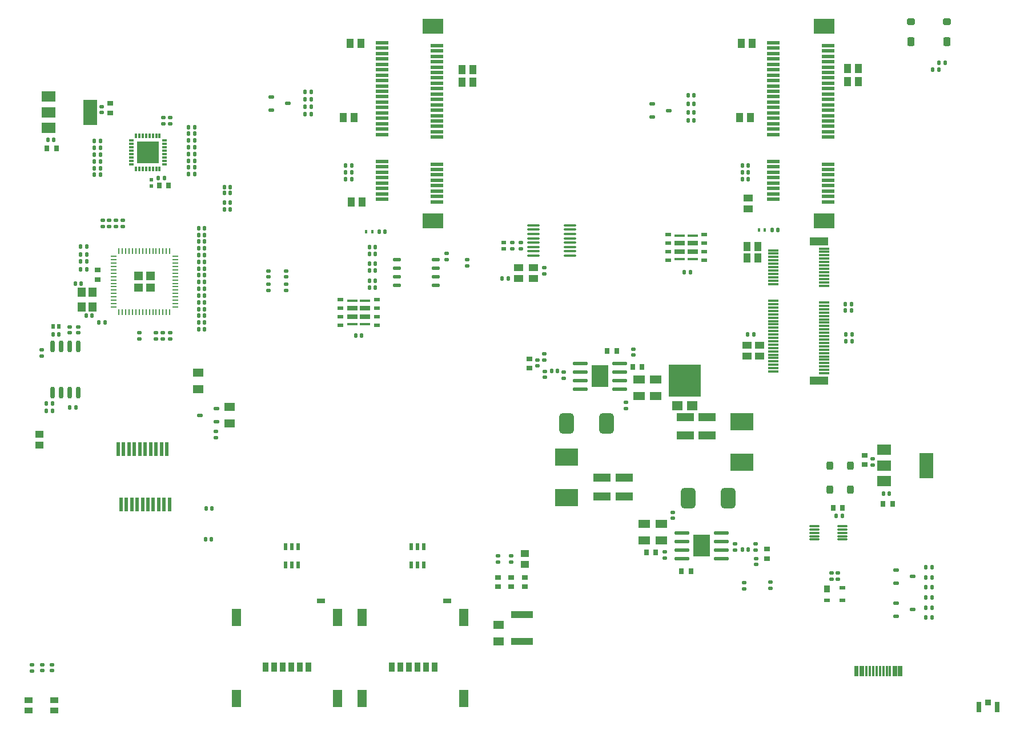
<source format=gtp>
G04*
G04 #@! TF.GenerationSoftware,Altium Limited,Altium Designer,25.2.1 (25)*
G04*
G04 Layer_Color=8421504*
%FSLAX44Y44*%
%MOMM*%
G71*
G04*
G04 #@! TF.SameCoordinates,A23D3B39-E9B1-4969-97C3-F5C5B3B73B29*
G04*
G04*
G04 #@! TF.FilePolarity,Positive*
G04*
G01*
G75*
%ADD23R,3.5000X2.5000*%
%ADD24R,2.6000X1.1500*%
G04:AMPARAMS|DCode=25|XSize=0.6mm|YSize=0.5mm|CornerRadius=0.05mm|HoleSize=0mm|Usage=FLASHONLY|Rotation=90.000|XOffset=0mm|YOffset=0mm|HoleType=Round|Shape=RoundedRectangle|*
%AMROUNDEDRECTD25*
21,1,0.6000,0.4000,0,0,90.0*
21,1,0.5000,0.5000,0,0,90.0*
1,1,0.1000,0.2000,0.2500*
1,1,0.1000,0.2000,-0.2500*
1,1,0.1000,-0.2000,-0.2500*
1,1,0.1000,-0.2000,0.2500*
%
%ADD25ROUNDEDRECTD25*%
G04:AMPARAMS|DCode=26|XSize=0.6mm|YSize=0.5mm|CornerRadius=0.05mm|HoleSize=0mm|Usage=FLASHONLY|Rotation=180.000|XOffset=0mm|YOffset=0mm|HoleType=Round|Shape=RoundedRectangle|*
%AMROUNDEDRECTD26*
21,1,0.6000,0.4000,0,0,180.0*
21,1,0.5000,0.5000,0,0,180.0*
1,1,0.1000,-0.2500,0.2000*
1,1,0.1000,0.2500,0.2000*
1,1,0.1000,0.2500,-0.2000*
1,1,0.1000,-0.2500,-0.2000*
%
%ADD26ROUNDEDRECTD26*%
%ADD27R,0.8000X0.9000*%
%ADD28R,3.0800X2.1800*%
%ADD29R,1.9700X0.5700*%
%ADD30R,0.5500X1.0000*%
G04:AMPARAMS|DCode=31|XSize=1mm|YSize=1.2mm|CornerRadius=0.25mm|HoleSize=0mm|Usage=FLASHONLY|Rotation=270.000|XOffset=0mm|YOffset=0mm|HoleType=Round|Shape=RoundedRectangle|*
%AMROUNDEDRECTD31*
21,1,1.0000,0.7000,0,0,270.0*
21,1,0.5000,1.2000,0,0,270.0*
1,1,0.5000,-0.3500,-0.2500*
1,1,0.5000,-0.3500,0.2500*
1,1,0.5000,0.3500,0.2500*
1,1,0.5000,0.3500,-0.2500*
%
%ADD31ROUNDEDRECTD31*%
G04:AMPARAMS|DCode=32|XSize=1.3mm|YSize=1.1mm|CornerRadius=0.275mm|HoleSize=0mm|Usage=FLASHONLY|Rotation=270.000|XOffset=0mm|YOffset=0mm|HoleType=Round|Shape=RoundedRectangle|*
%AMROUNDEDRECTD32*
21,1,1.3000,0.5500,0,0,270.0*
21,1,0.7500,1.1000,0,0,270.0*
1,1,0.5500,-0.2750,-0.3750*
1,1,0.5500,-0.2750,0.3750*
1,1,0.5500,0.2750,0.3750*
1,1,0.5500,0.2750,-0.3750*
%
%ADD32ROUNDEDRECTD32*%
G04:AMPARAMS|DCode=33|XSize=0.5mm|YSize=0.6mm|CornerRadius=0.05mm|HoleSize=0mm|Usage=FLASHONLY|Rotation=0.000|XOffset=0mm|YOffset=0mm|HoleType=Round|Shape=RoundedRectangle|*
%AMROUNDEDRECTD33*
21,1,0.5000,0.5000,0,0,0.0*
21,1,0.4000,0.6000,0,0,0.0*
1,1,0.1000,0.2000,-0.2500*
1,1,0.1000,-0.2000,-0.2500*
1,1,0.1000,-0.2000,0.2500*
1,1,0.1000,0.2000,0.2500*
%
%ADD33ROUNDEDRECTD33*%
%ADD34R,1.4000X1.0000*%
%ADD35R,1.0000X1.4000*%
G04:AMPARAMS|DCode=36|XSize=0.5mm|YSize=0.6mm|CornerRadius=0.05mm|HoleSize=0mm|Usage=FLASHONLY|Rotation=90.000|XOffset=0mm|YOffset=0mm|HoleType=Round|Shape=RoundedRectangle|*
%AMROUNDEDRECTD36*
21,1,0.5000,0.5000,0,0,90.0*
21,1,0.4000,0.6000,0,0,90.0*
1,1,0.1000,0.2500,0.2000*
1,1,0.1000,0.2500,-0.2000*
1,1,0.1000,-0.2500,-0.2000*
1,1,0.1000,-0.2500,0.2000*
%
%ADD36ROUNDEDRECTD36*%
%ADD37R,0.9000X0.8000*%
%ADD38R,2.0000X3.8000*%
%ADD39R,2.0000X1.5000*%
%ADD40R,0.8000X0.5000*%
%ADD41O,1.9215X0.3500*%
%ADD42R,0.9000X1.1000*%
%ADD43R,0.9000X0.6000*%
%ADD44R,0.9000X0.7500*%
%ADD45R,2.7300X1.1800*%
%ADD46R,1.5500X0.3000*%
%ADD47R,0.4500X0.6000*%
%ADD48R,0.6000X0.5000*%
%ADD49R,0.5000X2.0000*%
%ADD50R,1.3000X1.0500*%
%ADD51R,0.5000X0.8000*%
%ADD52O,0.7000X1.8000*%
%ADD53R,1.2000X1.4000*%
%ADD54R,1.6500X1.2500*%
%ADD55R,0.9000X0.2500*%
%ADD56R,0.2500X0.9000*%
G04:AMPARAMS|DCode=57|XSize=0.55mm|YSize=0.8mm|CornerRadius=0.1375mm|HoleSize=0mm|Usage=FLASHONLY|Rotation=270.000|XOffset=0mm|YOffset=0mm|HoleType=Round|Shape=RoundedRectangle|*
%AMROUNDEDRECTD57*
21,1,0.5500,0.5250,0,0,270.0*
21,1,0.2750,0.8000,0,0,270.0*
1,1,0.2750,-0.2625,-0.1375*
1,1,0.2750,-0.2625,0.1375*
1,1,0.2750,0.2625,0.1375*
1,1,0.2750,0.2625,-0.1375*
%
%ADD57ROUNDEDRECTD57*%
G04:AMPARAMS|DCode=58|XSize=0.5mm|YSize=2.2mm|CornerRadius=0.125mm|HoleSize=0mm|Usage=FLASHONLY|Rotation=90.000|XOffset=0mm|YOffset=0mm|HoleType=Round|Shape=RoundedRectangle|*
%AMROUNDEDRECTD58*
21,1,0.5000,1.9500,0,0,90.0*
21,1,0.2500,2.2000,0,0,90.0*
1,1,0.2500,0.9750,0.1250*
1,1,0.2500,0.9750,-0.1250*
1,1,0.2500,-0.9750,-0.1250*
1,1,0.2500,-0.9750,0.1250*
%
%ADD58ROUNDEDRECTD58*%
%ADD59R,1.8000X1.3000*%
%ADD60R,3.3000X1.0500*%
G04:AMPARAMS|DCode=61|XSize=3.05mm|YSize=2.2mm|CornerRadius=0.55mm|HoleSize=0mm|Usage=FLASHONLY|Rotation=270.000|XOffset=0mm|YOffset=0mm|HoleType=Round|Shape=RoundedRectangle|*
%AMROUNDEDRECTD61*
21,1,3.0500,1.1000,0,0,270.0*
21,1,1.9500,2.2000,0,0,270.0*
1,1,1.1000,-0.5500,-0.9750*
1,1,1.1000,-0.5500,0.9750*
1,1,1.1000,0.5500,0.9750*
1,1,1.1000,0.5500,-0.9750*
%
%ADD61ROUNDEDRECTD61*%
%ADD62R,1.4500X2.6000*%
%ADD63R,0.9000X1.4000*%
%ADD64R,1.3000X0.7000*%
G04:AMPARAMS|DCode=65|XSize=1.4mm|YSize=1.5mm|CornerRadius=0.07mm|HoleSize=0mm|Usage=FLASHONLY|Rotation=270.000|XOffset=0mm|YOffset=0mm|HoleType=Round|Shape=RoundedRectangle|*
%AMROUNDEDRECTD65*
21,1,1.4000,1.3600,0,0,270.0*
21,1,1.2600,1.5000,0,0,270.0*
1,1,0.1400,-0.6800,-0.6300*
1,1,0.1400,-0.6800,0.6300*
1,1,0.1400,0.6800,0.6300*
1,1,0.1400,0.6800,-0.6300*
%
%ADD65ROUNDEDRECTD65*%
G04:AMPARAMS|DCode=66|XSize=4.8mm|YSize=4.8mm|CornerRadius=0.12mm|HoleSize=0mm|Usage=FLASHONLY|Rotation=270.000|XOffset=0mm|YOffset=0mm|HoleType=Round|Shape=RoundedRectangle|*
%AMROUNDEDRECTD66*
21,1,4.8000,4.5600,0,0,270.0*
21,1,4.5600,4.8000,0,0,270.0*
1,1,0.2400,-2.2800,-2.2800*
1,1,0.2400,-2.2800,2.2800*
1,1,0.2400,2.2800,2.2800*
1,1,0.2400,2.2800,-2.2800*
%
%ADD66ROUNDEDRECTD66*%
%ADD67R,0.9600X0.5000*%
%ADD68R,1.5000X0.7000*%
%ADD69R,1.5000X0.3500*%
%ADD70R,0.9000X0.9000*%
%ADD71R,0.7500X1.5000*%
G04:AMPARAMS|DCode=72|XSize=0.5mm|YSize=1.25mm|CornerRadius=0.125mm|HoleSize=0mm|Usage=FLASHONLY|Rotation=90.000|XOffset=0mm|YOffset=0mm|HoleType=Round|Shape=RoundedRectangle|*
%AMROUNDEDRECTD72*
21,1,0.5000,1.0000,0,0,90.0*
21,1,0.2500,1.2500,0,0,90.0*
1,1,0.2500,0.5000,0.1250*
1,1,0.2500,0.5000,-0.1250*
1,1,0.2500,-0.5000,-0.1250*
1,1,0.2500,-0.5000,0.1250*
%
%ADD72ROUNDEDRECTD72*%
%ADD73R,1.2250X0.9000*%
%ADD74R,0.3000X1.6400*%
%ADD75O,1.6000X0.3000*%
G04:AMPARAMS|DCode=76|XSize=1.22mm|YSize=0.95mm|CornerRadius=0.2375mm|HoleSize=0mm|Usage=FLASHONLY|Rotation=90.000|XOffset=0mm|YOffset=0mm|HoleType=Round|Shape=RoundedRectangle|*
%AMROUNDEDRECTD76*
21,1,1.2200,0.4750,0,0,90.0*
21,1,0.7450,0.9500,0,0,90.0*
1,1,0.4750,0.2375,0.3725*
1,1,0.4750,0.2375,-0.3725*
1,1,0.4750,-0.2375,-0.3725*
1,1,0.4750,-0.2375,0.3725*
%
%ADD76ROUNDEDRECTD76*%
%ADD77R,0.3000X0.7000*%
%ADD78R,0.7000X0.3000*%
%ADD79R,3.3000X3.3000*%
G36*
X222330Y651090D02*
X209790D01*
Y663470D01*
X222330D01*
Y651090D01*
D02*
G37*
G36*
X204710D02*
X192170D01*
Y663790D01*
X204710D01*
Y651090D01*
D02*
G37*
G36*
X222490Y633510D02*
X209790D01*
Y646010D01*
X222490D01*
Y633510D01*
D02*
G37*
G36*
X204710Y633470D02*
X192010D01*
Y646010D01*
X204710D01*
Y633470D01*
D02*
G37*
G36*
X894750Y492500D02*
X870750D01*
Y524500D01*
X894750D01*
Y492500D01*
D02*
G37*
G36*
X1045250Y241000D02*
X1021250D01*
Y273000D01*
X1045250D01*
Y241000D01*
D02*
G37*
D23*
X1093000Y441000D02*
D03*
Y381000D02*
D03*
X832750Y388500D02*
D03*
Y328500D02*
D03*
D24*
X1041000Y420250D02*
D03*
Y447750D02*
D03*
X1009000Y420250D02*
D03*
Y447750D02*
D03*
X919000Y357750D02*
D03*
Y330250D02*
D03*
X886000Y357750D02*
D03*
Y330250D02*
D03*
D25*
X505500Y821000D02*
D03*
X514500D02*
D03*
X505500Y811000D02*
D03*
X514500D02*
D03*
X505500Y801000D02*
D03*
X514500D02*
D03*
X529500Y569000D02*
D03*
X520500D02*
D03*
X1016500Y663000D02*
D03*
X1007500D02*
D03*
X1093500Y811000D02*
D03*
X1102500D02*
D03*
X1093500Y801000D02*
D03*
X1102500D02*
D03*
X1093500Y821000D02*
D03*
X1102500D02*
D03*
X1376222Y963009D02*
D03*
X1385222D02*
D03*
X1385299Y973052D02*
D03*
X1394299D02*
D03*
X307750Y312000D02*
D03*
X298750D02*
D03*
X140000Y587750D02*
D03*
X149000D02*
D03*
X287750Y578000D02*
D03*
X296750D02*
D03*
X1110750Y570000D02*
D03*
X1101750D02*
D03*
X1247500Y570250D02*
D03*
X1256500D02*
D03*
X1247500Y560500D02*
D03*
X1256500D02*
D03*
X445750Y908000D02*
D03*
X454750D02*
D03*
X454750Y930000D02*
D03*
X445750D02*
D03*
X454750Y919000D02*
D03*
X445750D02*
D03*
X1022250Y925000D02*
D03*
X1013250D02*
D03*
X1022250Y912500D02*
D03*
X1013250D02*
D03*
Y887500D02*
D03*
X1022250D02*
D03*
X564250Y722500D02*
D03*
X555250D02*
D03*
X1146750Y725000D02*
D03*
X1137750D02*
D03*
X540750Y700000D02*
D03*
X549750D02*
D03*
X540750Y675000D02*
D03*
X549750D02*
D03*
X540750Y640000D02*
D03*
X549750D02*
D03*
Y665000D02*
D03*
X540750D02*
D03*
X549750Y650000D02*
D03*
X540750D02*
D03*
X549750Y690000D02*
D03*
X540750D02*
D03*
X1365750Y225000D02*
D03*
X1374750D02*
D03*
Y210000D02*
D03*
X1365750D02*
D03*
X1374750Y180000D02*
D03*
X1365750D02*
D03*
Y165000D02*
D03*
X1374750D02*
D03*
Y195000D02*
D03*
X1365750D02*
D03*
X1374750Y150000D02*
D03*
X1365750D02*
D03*
X281750Y808000D02*
D03*
X272750D02*
D03*
Y818000D02*
D03*
X281750D02*
D03*
X133250Y807000D02*
D03*
X142250D02*
D03*
Y817000D02*
D03*
X133250D02*
D03*
X142250Y827000D02*
D03*
X133250D02*
D03*
Y837000D02*
D03*
X142250D02*
D03*
X272750Y848000D02*
D03*
X281750D02*
D03*
Y878000D02*
D03*
X272750D02*
D03*
X281750Y828000D02*
D03*
X272750D02*
D03*
Y838000D02*
D03*
X281750D02*
D03*
Y858000D02*
D03*
X272750D02*
D03*
Y868000D02*
D03*
X281750D02*
D03*
X142250Y857000D02*
D03*
X133250D02*
D03*
X142250Y847000D02*
D03*
X133250D02*
D03*
X70750Y468000D02*
D03*
X61750D02*
D03*
X70750Y457000D02*
D03*
X61750D02*
D03*
X112750Y688550D02*
D03*
X121750D02*
D03*
X112750Y666500D02*
D03*
X121750D02*
D03*
X112750Y678550D02*
D03*
X121750D02*
D03*
X297750Y266750D02*
D03*
X306750D02*
D03*
X105750Y462000D02*
D03*
X96750D02*
D03*
X296750Y598000D02*
D03*
X287750D02*
D03*
X296750Y588000D02*
D03*
X287750D02*
D03*
X296750Y658000D02*
D03*
X287750D02*
D03*
X296750Y648000D02*
D03*
X287750D02*
D03*
X296750Y628000D02*
D03*
X287750D02*
D03*
X296750Y638000D02*
D03*
X287750D02*
D03*
Y618000D02*
D03*
X296750D02*
D03*
Y668000D02*
D03*
X287750D02*
D03*
X296750Y698000D02*
D03*
X287750D02*
D03*
X296750Y688000D02*
D03*
X287750D02*
D03*
X296750Y678000D02*
D03*
X287750D02*
D03*
Y728000D02*
D03*
X296750D02*
D03*
X287750Y718000D02*
D03*
X296750D02*
D03*
Y708000D02*
D03*
X287750D02*
D03*
X296750Y608000D02*
D03*
X287750D02*
D03*
X1093750Y250750D02*
D03*
X1102750D02*
D03*
X112750Y700750D02*
D03*
X121750D02*
D03*
X819750Y516000D02*
D03*
X810750D02*
D03*
D26*
X417000Y644500D02*
D03*
Y635500D02*
D03*
X979000Y247500D02*
D03*
Y238500D02*
D03*
X932000Y539500D02*
D03*
Y548500D02*
D03*
X1096500Y202000D02*
D03*
Y193000D02*
D03*
X55500Y71250D02*
D03*
Y80250D02*
D03*
X313500Y417000D02*
D03*
Y426000D02*
D03*
X1226250Y216500D02*
D03*
Y207500D02*
D03*
X1235250Y216500D02*
D03*
Y207500D02*
D03*
X417000Y655500D02*
D03*
Y664500D02*
D03*
X391000Y655500D02*
D03*
Y664500D02*
D03*
Y635500D02*
D03*
Y644500D02*
D03*
X685764Y671995D02*
D03*
Y680995D02*
D03*
X70250Y71250D02*
D03*
Y80250D02*
D03*
X245750Y892000D02*
D03*
Y883000D02*
D03*
X235750D02*
D03*
Y892000D02*
D03*
X96439Y572500D02*
D03*
Y581500D02*
D03*
X55250Y538500D02*
D03*
Y547500D02*
D03*
X109250Y572500D02*
D03*
Y581500D02*
D03*
X245750Y563777D02*
D03*
Y572776D02*
D03*
X224000Y563750D02*
D03*
Y572750D02*
D03*
X234750Y563750D02*
D03*
Y572750D02*
D03*
X200000Y572500D02*
D03*
Y563500D02*
D03*
X155250Y730500D02*
D03*
Y739500D02*
D03*
X165250Y730500D02*
D03*
Y739500D02*
D03*
X145250Y730500D02*
D03*
Y739500D02*
D03*
X175250Y730500D02*
D03*
Y739500D02*
D03*
X1114250Y237950D02*
D03*
Y228950D02*
D03*
X790250Y532500D02*
D03*
Y523500D02*
D03*
X751250Y241500D02*
D03*
Y232500D02*
D03*
X1135250Y193750D02*
D03*
Y202750D02*
D03*
X800250Y532500D02*
D03*
Y541500D02*
D03*
X731250Y241500D02*
D03*
Y232500D02*
D03*
D27*
X965250Y247000D02*
D03*
X951250D02*
D03*
X931250Y522000D02*
D03*
X945250D02*
D03*
X63000Y846500D02*
D03*
X77000D02*
D03*
X1302250Y319000D02*
D03*
X1316250D02*
D03*
X1242250Y313000D02*
D03*
X1228250D02*
D03*
X229250Y791000D02*
D03*
X243250D02*
D03*
X1017500Y219250D02*
D03*
X1003500D02*
D03*
X893250Y546000D02*
D03*
X907250D02*
D03*
D28*
X635250Y1027500D02*
D03*
Y738500D02*
D03*
X1215250Y1027500D02*
D03*
Y738500D02*
D03*
D29*
X641250Y767000D02*
D03*
X559250Y771000D02*
D03*
X641250Y775000D02*
D03*
X559250Y779000D02*
D03*
X641250Y783000D02*
D03*
X559250Y787000D02*
D03*
X641250Y791000D02*
D03*
X559250Y795000D02*
D03*
X641250Y799000D02*
D03*
X559250Y803000D02*
D03*
X641250Y807000D02*
D03*
X559250Y811000D02*
D03*
X641250Y815000D02*
D03*
X559250Y819000D02*
D03*
X641250Y823000D02*
D03*
X559250Y827000D02*
D03*
X641250Y863000D02*
D03*
X559250Y867000D02*
D03*
X641250Y871000D02*
D03*
X559250Y875000D02*
D03*
X641250Y879000D02*
D03*
X559250Y883000D02*
D03*
X641250Y887000D02*
D03*
X559250Y891000D02*
D03*
X641250Y895000D02*
D03*
X559250Y899000D02*
D03*
X641250Y903000D02*
D03*
X559250Y907000D02*
D03*
X641250Y911000D02*
D03*
X559250Y915000D02*
D03*
X641250Y919000D02*
D03*
X559250Y923000D02*
D03*
X641250Y927000D02*
D03*
X559250Y931000D02*
D03*
X641250Y935000D02*
D03*
X559250Y939000D02*
D03*
X641250Y943000D02*
D03*
X559250Y947000D02*
D03*
X641250Y951000D02*
D03*
X559250Y955000D02*
D03*
X641250Y959000D02*
D03*
X559250Y963000D02*
D03*
X641250Y967000D02*
D03*
X559250Y971000D02*
D03*
X641250Y975000D02*
D03*
X559250Y979000D02*
D03*
X641250Y983000D02*
D03*
X559250Y987000D02*
D03*
X641250Y991000D02*
D03*
X559250Y995000D02*
D03*
X641250Y999000D02*
D03*
X559250Y1003000D02*
D03*
X1221250Y767000D02*
D03*
X1139250Y771000D02*
D03*
X1221250Y775000D02*
D03*
X1139250Y779000D02*
D03*
X1221250Y783000D02*
D03*
X1139250Y787000D02*
D03*
X1221250Y791000D02*
D03*
X1139250Y795000D02*
D03*
X1221250Y799000D02*
D03*
X1139250Y803000D02*
D03*
X1221250Y807000D02*
D03*
X1139250Y811000D02*
D03*
X1221250Y815000D02*
D03*
X1139250Y819000D02*
D03*
X1221250Y823000D02*
D03*
X1139250Y827000D02*
D03*
X1221250Y863000D02*
D03*
X1139250Y867000D02*
D03*
X1221250Y871000D02*
D03*
X1139250Y875000D02*
D03*
X1221250Y879000D02*
D03*
X1139250Y883000D02*
D03*
X1221250Y887000D02*
D03*
X1139250Y891000D02*
D03*
X1221250Y895000D02*
D03*
X1139250Y899000D02*
D03*
X1221250Y903000D02*
D03*
X1139250Y907000D02*
D03*
X1221250Y911000D02*
D03*
X1139250Y915000D02*
D03*
X1221250Y919000D02*
D03*
X1139250Y923000D02*
D03*
X1221250Y927000D02*
D03*
X1139250Y931000D02*
D03*
X1221250Y935000D02*
D03*
X1139250Y939000D02*
D03*
X1221250Y943000D02*
D03*
X1139250Y947000D02*
D03*
X1221250Y951000D02*
D03*
X1139250Y955000D02*
D03*
X1221250Y959000D02*
D03*
X1139250Y963000D02*
D03*
X1221250Y967000D02*
D03*
X1139250Y971000D02*
D03*
X1221250Y975000D02*
D03*
X1139250Y979000D02*
D03*
X1221250Y983000D02*
D03*
X1139250Y987000D02*
D03*
X1221250Y991000D02*
D03*
X1139250Y995000D02*
D03*
X1221250Y999000D02*
D03*
X1139250Y1003000D02*
D03*
D30*
X435500Y255250D02*
D03*
X426000D02*
D03*
X416500D02*
D03*
Y228250D02*
D03*
X435500D02*
D03*
X426000D02*
D03*
X621750Y255250D02*
D03*
X612250D02*
D03*
X602750D02*
D03*
Y228250D02*
D03*
X621750D02*
D03*
X612250D02*
D03*
D31*
X1397250Y1034500D02*
D03*
X1343250Y1034500D02*
D03*
D32*
X1396750Y1005000D02*
D03*
X1343750D02*
D03*
D33*
X63950Y859250D02*
D03*
X73050D02*
D03*
X1302700Y334000D02*
D03*
X1311800D02*
D03*
X1241800Y301000D02*
D03*
X1232700D02*
D03*
X1246700Y615000D02*
D03*
X1255800D02*
D03*
X1246700Y606000D02*
D03*
X1255800D02*
D03*
X445700Y897000D02*
D03*
X454800D02*
D03*
X1013200Y900000D02*
D03*
X1022300D02*
D03*
X227881Y802440D02*
D03*
X236981D02*
D03*
X80800Y570000D02*
D03*
X71700D02*
D03*
X129800Y598000D02*
D03*
X120700D02*
D03*
X113800Y646000D02*
D03*
X104700D02*
D03*
X325700Y789000D02*
D03*
X334800D02*
D03*
X325700Y780000D02*
D03*
X334800D02*
D03*
X325700Y766000D02*
D03*
X334800D02*
D03*
X325700Y756000D02*
D03*
X334800D02*
D03*
X737450Y653000D02*
D03*
X746550D02*
D03*
D34*
X1101000Y554500D02*
D03*
Y538500D02*
D03*
X1119500Y554500D02*
D03*
Y538500D02*
D03*
X762000Y669000D02*
D03*
X784000D02*
D03*
X762000Y653000D02*
D03*
X784000D02*
D03*
X1102500Y773000D02*
D03*
Y757000D02*
D03*
D35*
X1101000Y701000D02*
D03*
X1117000D02*
D03*
X1101000Y683500D02*
D03*
X1117000D02*
D03*
X678250Y944750D02*
D03*
X694250D02*
D03*
X678250Y963250D02*
D03*
X694250D02*
D03*
X528250Y1002500D02*
D03*
X512250D02*
D03*
X518250Y892500D02*
D03*
X502250D02*
D03*
X529750Y766500D02*
D03*
X513750D02*
D03*
X1108250Y1002500D02*
D03*
X1092250D02*
D03*
X1249500Y965000D02*
D03*
X1265500D02*
D03*
X1249500Y945000D02*
D03*
X1265500D02*
D03*
X1105750Y892500D02*
D03*
X1089750D02*
D03*
D36*
X990500Y297450D02*
D03*
Y306550D02*
D03*
X655000Y690550D02*
D03*
Y681450D02*
D03*
X1287250Y376450D02*
D03*
Y385550D02*
D03*
X753000Y706550D02*
D03*
Y697450D02*
D03*
X765000Y706550D02*
D03*
Y697450D02*
D03*
X800000Y669100D02*
D03*
Y660000D02*
D03*
X40750Y71200D02*
D03*
Y80300D02*
D03*
X144250Y899450D02*
D03*
Y908550D02*
D03*
X1113250Y259800D02*
D03*
Y250700D02*
D03*
X1083250Y259800D02*
D03*
Y250700D02*
D03*
X829250Y505450D02*
D03*
Y514550D02*
D03*
X801250Y506450D02*
D03*
Y515550D02*
D03*
X921250Y460450D02*
D03*
Y469550D02*
D03*
D37*
X1275250Y377000D02*
D03*
Y391000D02*
D03*
X156250Y899000D02*
D03*
Y913000D02*
D03*
X1130000Y238000D02*
D03*
Y252000D02*
D03*
X778250Y520000D02*
D03*
Y534000D02*
D03*
X138250Y666000D02*
D03*
Y652000D02*
D03*
D38*
X1366250Y376000D02*
D03*
X127250Y900000D02*
D03*
D39*
X1304250Y353000D02*
D03*
Y376000D02*
D03*
Y399000D02*
D03*
X65250Y923000D02*
D03*
Y900000D02*
D03*
Y877000D02*
D03*
D40*
X740000Y697450D02*
D03*
Y706550D02*
D03*
D41*
X838407Y687350D02*
D03*
X838407Y693750D02*
D03*
Y700150D02*
D03*
Y706550D02*
D03*
Y712950D02*
D03*
Y719350D02*
D03*
Y725750D02*
D03*
Y732150D02*
D03*
X784092Y687350D02*
D03*
X784092Y693750D02*
D03*
Y700150D02*
D03*
Y706550D02*
D03*
Y712950D02*
D03*
Y719350D02*
D03*
Y725750D02*
D03*
Y732150D02*
D03*
D42*
X1219000Y192500D02*
D03*
D43*
X1242000Y175500D02*
D03*
Y194500D02*
D03*
X1219000Y175500D02*
D03*
D44*
X771250Y196250D02*
D03*
Y209750D02*
D03*
X751250Y196000D02*
D03*
Y209500D02*
D03*
X731250D02*
D03*
Y196000D02*
D03*
D45*
X1207250Y501710D02*
D03*
Y708710D02*
D03*
D46*
X1139500Y610210D02*
D03*
X1215000Y697710D02*
D03*
X1139500Y695210D02*
D03*
X1215000Y692710D02*
D03*
X1139500Y690210D02*
D03*
X1215000Y687710D02*
D03*
X1139500Y685210D02*
D03*
X1215000Y682710D02*
D03*
X1139500Y680210D02*
D03*
X1215000Y677710D02*
D03*
X1139500Y675210D02*
D03*
X1215000Y672710D02*
D03*
X1139500Y650210D02*
D03*
X1215000Y647710D02*
D03*
X1139500Y645210D02*
D03*
X1215000Y642710D02*
D03*
X1139500Y620210D02*
D03*
X1215000Y617710D02*
D03*
X1139500Y615210D02*
D03*
X1215000Y612710D02*
D03*
Y607710D02*
D03*
X1139500Y605210D02*
D03*
X1215000Y602710D02*
D03*
X1139500Y600210D02*
D03*
X1215000Y597710D02*
D03*
X1139500Y595210D02*
D03*
X1215000Y592710D02*
D03*
X1139500Y590210D02*
D03*
X1215000Y587710D02*
D03*
X1139500Y585210D02*
D03*
X1215000Y582710D02*
D03*
X1139500Y580210D02*
D03*
X1215000Y577710D02*
D03*
X1139500Y575210D02*
D03*
X1215000Y572710D02*
D03*
X1139500Y570210D02*
D03*
X1215000Y567710D02*
D03*
X1139500Y565210D02*
D03*
X1215000Y562710D02*
D03*
X1139500Y560210D02*
D03*
X1215000Y557710D02*
D03*
X1139500Y555210D02*
D03*
X1215000Y552710D02*
D03*
X1139500Y550210D02*
D03*
X1215000Y547710D02*
D03*
X1139500Y545210D02*
D03*
X1215000Y542710D02*
D03*
X1139500Y540210D02*
D03*
X1215000Y537710D02*
D03*
X1139500Y535210D02*
D03*
X1215000Y532710D02*
D03*
X1139500Y530210D02*
D03*
X1215000Y527710D02*
D03*
X1139500Y525210D02*
D03*
X1215000Y522710D02*
D03*
X1139500Y520210D02*
D03*
X1215000Y517710D02*
D03*
X1139500Y515210D02*
D03*
X1215000Y512710D02*
D03*
X1139500Y670210D02*
D03*
X1139500Y665210D02*
D03*
Y660210D02*
D03*
Y655210D02*
D03*
X1215000Y667710D02*
D03*
Y662710D02*
D03*
Y657710D02*
D03*
Y652710D02*
D03*
D47*
X536250Y722500D02*
D03*
X545250D02*
D03*
X1118250Y725000D02*
D03*
X1127250D02*
D03*
D48*
X218000Y799550D02*
D03*
Y790450D02*
D03*
D49*
X204500Y318000D02*
D03*
X200500Y400000D02*
D03*
X196500Y318000D02*
D03*
X192500Y400000D02*
D03*
X188500Y318000D02*
D03*
X184500Y400000D02*
D03*
X180500Y318000D02*
D03*
X176500Y400000D02*
D03*
X172500Y318000D02*
D03*
X168500Y400000D02*
D03*
X244500Y318000D02*
D03*
X240500Y400000D02*
D03*
X236500Y318000D02*
D03*
X232500Y400000D02*
D03*
X228500Y318000D02*
D03*
X224500Y400000D02*
D03*
X220500Y318000D02*
D03*
X216500Y400000D02*
D03*
X212500Y318000D02*
D03*
X208500Y400000D02*
D03*
D50*
X51250Y405750D02*
D03*
Y422250D02*
D03*
X771250Y245250D02*
D03*
Y228750D02*
D03*
D51*
X71700Y582000D02*
D03*
X80800D02*
D03*
D52*
X109300Y552290D02*
D03*
Y483710D02*
D03*
X96600Y552290D02*
D03*
Y483710D02*
D03*
X83900Y552290D02*
D03*
Y483710D02*
D03*
X71200Y552290D02*
D03*
Y483710D02*
D03*
D53*
X130250Y633000D02*
D03*
Y611000D02*
D03*
X114250Y633000D02*
D03*
Y611000D02*
D03*
D54*
X287250Y513500D02*
D03*
Y489000D02*
D03*
X333500Y462750D02*
D03*
Y438250D02*
D03*
X732250Y114750D02*
D03*
Y139250D02*
D03*
D55*
X161750Y611050D02*
D03*
Y616050D02*
D03*
Y621050D02*
D03*
Y626050D02*
D03*
Y631050D02*
D03*
Y636050D02*
D03*
Y641050D02*
D03*
Y646050D02*
D03*
Y651050D02*
D03*
Y656050D02*
D03*
Y661050D02*
D03*
Y666050D02*
D03*
Y671050D02*
D03*
Y676050D02*
D03*
Y681050D02*
D03*
Y686050D02*
D03*
X252750D02*
D03*
Y681050D02*
D03*
Y676050D02*
D03*
Y671050D02*
D03*
Y666050D02*
D03*
Y661050D02*
D03*
Y656050D02*
D03*
Y651050D02*
D03*
Y646050D02*
D03*
Y641050D02*
D03*
Y636050D02*
D03*
Y631050D02*
D03*
Y626050D02*
D03*
Y621050D02*
D03*
Y616050D02*
D03*
Y611050D02*
D03*
D56*
X169750Y694050D02*
D03*
X174750D02*
D03*
X179750D02*
D03*
X184750D02*
D03*
X189750D02*
D03*
X194750D02*
D03*
X199750D02*
D03*
X204750D02*
D03*
X209750D02*
D03*
X214750D02*
D03*
X219750D02*
D03*
X224750D02*
D03*
X229750D02*
D03*
X234750D02*
D03*
X239750D02*
D03*
X244750D02*
D03*
Y603050D02*
D03*
X239750D02*
D03*
X234750D02*
D03*
X229750D02*
D03*
X224750D02*
D03*
X219750D02*
D03*
X214750D02*
D03*
X209750D02*
D03*
X204750D02*
D03*
X199750D02*
D03*
X194750D02*
D03*
X189750D02*
D03*
X184750D02*
D03*
X179750D02*
D03*
X174750D02*
D03*
X169750D02*
D03*
D57*
X289500Y450500D02*
D03*
X314000Y460000D02*
D03*
Y441000D02*
D03*
X395750Y922500D02*
D03*
Y903500D02*
D03*
X420250Y913000D02*
D03*
X960250Y912000D02*
D03*
Y893000D02*
D03*
X984750Y902500D02*
D03*
X1321750Y220500D02*
D03*
Y201500D02*
D03*
X1346250Y211000D02*
D03*
X1321750Y171500D02*
D03*
Y152500D02*
D03*
X1346250Y162000D02*
D03*
D58*
X1062250Y250650D02*
D03*
Y263350D02*
D03*
Y276050D02*
D03*
X1004250Y250650D02*
D03*
Y263350D02*
D03*
Y276050D02*
D03*
X1062250Y237950D02*
D03*
X1004250D02*
D03*
X853750Y514850D02*
D03*
Y502150D02*
D03*
Y489450D02*
D03*
X911750Y514850D02*
D03*
Y502150D02*
D03*
Y489450D02*
D03*
X853750Y527550D02*
D03*
X911750D02*
D03*
D59*
X948250Y289500D02*
D03*
Y264500D02*
D03*
X973250Y289500D02*
D03*
Y264500D02*
D03*
X940250Y503500D02*
D03*
Y478500D02*
D03*
X965250Y503500D02*
D03*
Y478500D02*
D03*
D60*
X767250Y115250D02*
D03*
Y154750D02*
D03*
D61*
X1072750Y327000D02*
D03*
X1013250D02*
D03*
X833000Y438500D02*
D03*
X892500D02*
D03*
D62*
X680850Y30000D02*
D03*
Y150000D02*
D03*
X530350Y30000D02*
D03*
Y150000D02*
D03*
X493850Y30000D02*
D03*
Y150000D02*
D03*
X343350Y30000D02*
D03*
Y150000D02*
D03*
D63*
X637350Y77000D02*
D03*
X573850D02*
D03*
X586550D02*
D03*
X599250D02*
D03*
X611950D02*
D03*
X624650D02*
D03*
X450350D02*
D03*
X386850D02*
D03*
X399550D02*
D03*
X412250D02*
D03*
X424950D02*
D03*
X437650D02*
D03*
D64*
X656150Y175000D02*
D03*
X469150D02*
D03*
D65*
X997250Y464500D02*
D03*
X1019250D02*
D03*
D66*
X1008250Y502000D02*
D03*
D67*
X498250Y583950D02*
D03*
X551750Y596650D02*
D03*
X498250D02*
D03*
X551750Y583950D02*
D03*
Y622050D02*
D03*
X498250Y609350D02*
D03*
X551750D02*
D03*
X498250Y622050D02*
D03*
X983750Y680600D02*
D03*
X1037250Y693300D02*
D03*
X983750D02*
D03*
X1037250Y680600D02*
D03*
Y718700D02*
D03*
X983750Y706000D02*
D03*
X1037250D02*
D03*
X983750Y718700D02*
D03*
D68*
X534500Y596650D02*
D03*
X515500D02*
D03*
Y609350D02*
D03*
X534500D02*
D03*
X1020000Y693300D02*
D03*
X1001000D02*
D03*
Y706000D02*
D03*
X1020000D02*
D03*
D69*
X534500Y585700D02*
D03*
X515500D02*
D03*
Y620300D02*
D03*
X534500D02*
D03*
X1020000Y682350D02*
D03*
X1001000D02*
D03*
Y716950D02*
D03*
X1020000D02*
D03*
D70*
X1457750Y24000D02*
D03*
D71*
X1444250Y17500D02*
D03*
X1471250D02*
D03*
D72*
X581250Y642950D02*
D03*
X639250D02*
D03*
X581250Y681050D02*
D03*
Y668350D02*
D03*
Y655650D02*
D03*
X639250Y681050D02*
D03*
Y668350D02*
D03*
Y655650D02*
D03*
D73*
X35500Y27250D02*
D03*
X73500Y12250D02*
D03*
Y27250D02*
D03*
X35500Y12250D02*
D03*
D74*
X1264249Y71000D02*
D03*
X1261249D02*
D03*
X1269249D02*
D03*
X1272249D02*
D03*
X1312751D02*
D03*
X1292751D02*
D03*
X1287749D02*
D03*
X1282751D02*
D03*
X1277749D02*
D03*
X1297749D02*
D03*
X1302751D02*
D03*
X1307749D02*
D03*
X1326251D02*
D03*
X1329251D02*
D03*
X1321251D02*
D03*
X1318251D02*
D03*
D75*
X1200750Y286000D02*
D03*
Y281000D02*
D03*
Y276000D02*
D03*
Y271000D02*
D03*
Y266000D02*
D03*
X1241750Y286000D02*
D03*
Y281000D02*
D03*
Y276000D02*
D03*
Y271000D02*
D03*
Y266000D02*
D03*
D76*
X1223250Y340000D02*
D03*
Y376000D02*
D03*
X1254250Y340000D02*
D03*
Y376000D02*
D03*
D77*
X229816Y865023D02*
D03*
X224816D02*
D03*
X219816D02*
D03*
X214816D02*
D03*
X209816D02*
D03*
X204816D02*
D03*
X199816D02*
D03*
X194816D02*
D03*
Y816023D02*
D03*
X199816D02*
D03*
X204816D02*
D03*
X209816D02*
D03*
X214816D02*
D03*
X219816D02*
D03*
X224816D02*
D03*
X229816D02*
D03*
D78*
X187816Y858023D02*
D03*
Y853023D02*
D03*
Y848023D02*
D03*
Y843023D02*
D03*
Y838023D02*
D03*
Y833023D02*
D03*
Y828023D02*
D03*
Y823023D02*
D03*
X236816D02*
D03*
Y828023D02*
D03*
Y833023D02*
D03*
Y838023D02*
D03*
Y843023D02*
D03*
Y848023D02*
D03*
Y853023D02*
D03*
Y858023D02*
D03*
D79*
X212316Y840523D02*
D03*
M02*

</source>
